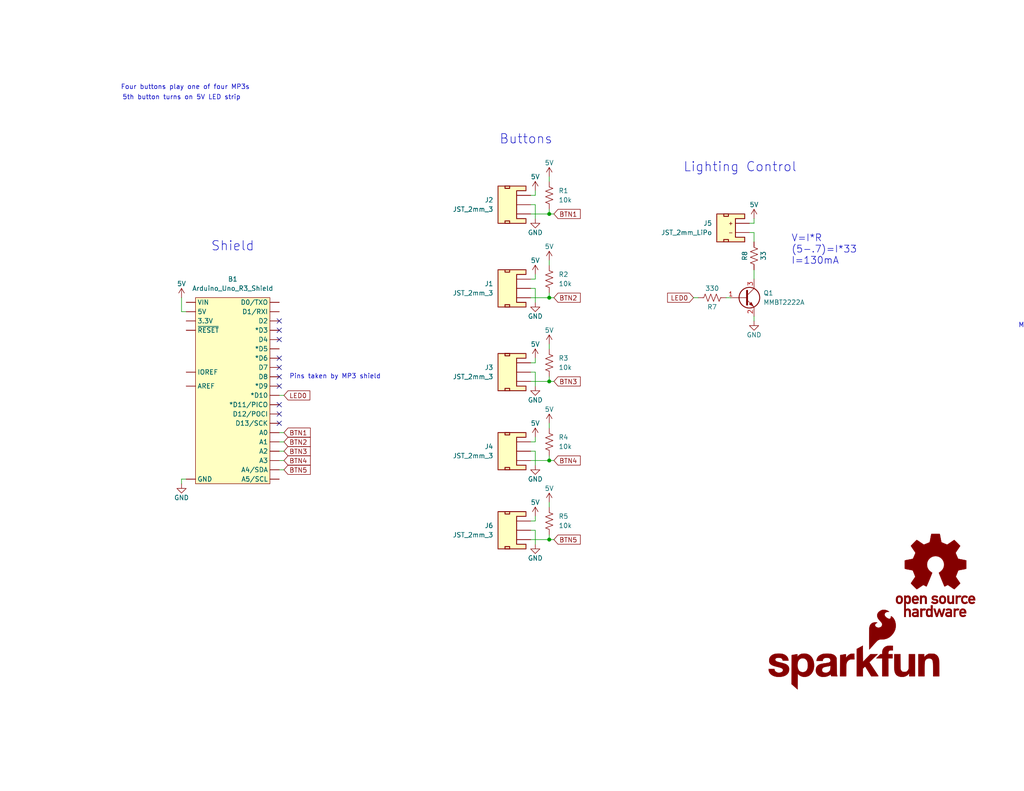
<source format=kicad_sch>
(kicad_sch (version 20231120) (generator "eeschema") (generator_version "8.0")
  (paper "USLetter")
  (title_block (title "WOW Audio Button Diorama Controller") (date "2024-10-18") (rev "v10") (comment 1 "Designed by: N. Seidle"))
  (lib_symbols
    (symbol "Library:OSHW_Logo" (pin_names (offset 1.016)) (in_bom no))
    (symbol "SparkFun-Aesthetic:SparkFun_Logo" (pin_names (offset 1.016)) (on_board no))
    (symbol "SparkFun-Board:Arduino_Uno_R3_Shield"
      (property "Reference" "B" (at -10.16 26.67 0))
      (property "Value" "Arduino_Uno_R3_Shield" (at 0 -26.67 0))
      (symbol "Arduino_Uno_R3_Shield_1_0"
        (pin power_in line (at -12.7 19.05 0) (length 2.54) (name "3.3V") (number "3.3V"))
        (pin power_in line (at -12.7 21.59 0) (length 2.54) (name "5V") (number "5V"))
        (pin bidirectional line (at 12.7 -11.43 180) (length 2.54) (name "A0") (number "A0"))
        (pin bidirectional line (at 12.7 -13.97 180) (length 2.54) (name "A1") (number "A1"))
        (pin bidirectional line (at 12.7 -16.51 180) (length 2.54) (name "A2") (number "A2"))
        (pin bidirectional line (at 12.7 -19.05 180) (length 2.54) (name "A3") (number "A3"))
        (pin bidirectional line (at 12.7 -21.59 180) (length 2.54) (name "A4/SDA") (number "A4/SDA"))
        (pin bidirectional line (at 12.7 -24.13 180) (length 2.54) (name "A5/SCL") (number "A5/SCL"))
        (pin bidirectional line (at -12.7 1.27 0) (length 2.54) (name "AREF") (number "AREF"))
        (pin output line (at 12.7 24.13 180) (length 2.54) (name "D0/TXO") (number "D0/TXO"))
        (pin input line (at 12.7 21.59 180) (length 2.54) (name "D1/RXI") (number "D1/RXI"))
        (pin bidirectional line (at 12.7 -1.27 180) (length 2.54) (name "*D10") (number "D10"))
        (pin bidirectional line (at 12.7 -3.81 180) (length 2.54) (name "*D11/PICO") (number "D11"))
        (pin bidirectional line (at 12.7 -6.35 180) (length 2.54) (name "D12/POCI") (number "D12"))
        (pin bidirectional line (at 12.7 -8.89 180) (length 2.54) (name "D13/SCK") (number "D13"))
        (pin bidirectional line (at 12.7 19.05 180) (length 2.54) (name "D2") (number "D2"))
        (pin bidirectional line (at 12.7 16.51 180) (length 2.54) (name "*D3") (number "D3"))
        (pin bidirectional line (at 12.7 13.97 180) (length 2.54) (name "D4") (number "D4"))
        (pin bidirectional line (at 12.7 11.43 180) (length 2.54) (name "*D5") (number "D5"))
        (pin bidirectional line (at 12.7 8.89 180) (length 2.54) (name "*D6") (number "D6"))
        (pin bidirectional line (at 12.7 6.35 180) (length 2.54) (name "D7") (number "D7"))
        (pin bidirectional line (at 12.7 3.81 180) (length 2.54) (name "D8") (number "D8"))
        (pin bidirectional line (at 12.7 1.27 180) (length 2.54) (name "*D9") (number "D9"))
        (pin power_in line (at -12.7 -24.13 0) (length 2.54) (name "GND") (number "GND"))
        (pin input line (at -12.7 5.08 0) (length 2.54) (name "IOREF") (number "IOREF"))
        (pin no_connect line (at -12.7 -1.27 0) (length 2.54) hide (name "NC") (number "NC"))
        (pin power_in line (at -12.7 24.13 0) (length 2.54) (name "VIN") (number "VIN"))
        (pin input line (at -12.7 16.51 0) (length 2.54) (name "~{RESET}") (number "~{RESET}"))
      )
    )
    (symbol "SparkFun-Connector:Conn_01x02_JST_2mm_LiPo" (pin_numbers hide) (pin_names (offset 1.016) hide)
      (property "Reference" "J" (at 0 5.08 0))
      (property "Value" "JST_2mm_LiPo" (at 0 -8.89 0))
      (symbol "Conn_01x02_JST_2mm_LiPo_1_1"
        (text "+" (at 0 0 0) (effects (font (size 1 1))))
        (text "-" (at 0 -2.54 0) (effects (font (size 1 1))))
        (pin passive line (at -5.08 -2.54 0) (length 3.81) (name "-") (number "1"))
        (pin passive line (at -5.08 0 0) (length 3.81) (name "+") (number "2"))
        (pin no_connect line (at 1.27 -1.27 0) (length 2.54) hide (name "NC1") (number "NC1"))
        (pin no_connect line (at 1.27 -1.27 0) (length 2.54) hide (name "NC2") (number "NC2"))
      )
    )
    (symbol "SparkFun-Connector:Conn_01x03_JST_2mm_SMD" (pin_numbers hide) (pin_names (offset 1.016) hide)
      (property "Reference" "J" (at 0 6.096 0))
      (property "Value" "JST_2mm_3" (at 0 -6.35 0))
      (symbol "Conn_01x03_JST_2mm_SMD_1_1"
        (pin passive line (at -5.08 2.54 0) (length 3.81) (name "1") (number "1"))
        (pin passive line (at -5.08 0 0) (length 3.81) (name "2") (number "2"))
        (pin passive line (at -5.08 -2.54 0) (length 3.81) (name "3") (number "3"))
      )
    )
    (symbol "SparkFun-DiscreteSemi:Q_NPN_1A_40V" (pin_names (offset 0) hide)
      (property "Reference" "Q" (at 5.08 1.27 0))
      (property "Value" "MMBT2222A" (at 5.08 -1.27 0))
      (symbol "Q_NPN_1A_40V_1_1"
        (pin input line (at -3.81 0 0) (length 0) (name "B") (number "1"))
        (pin passive line (at 2.54 -5.08 90) (length 2.54) (name "E") (number "2"))
        (pin passive line (at 2.54 5.08 270) (length 2.54) (name "C") (number "3"))
      )
    )
    (symbol "SparkFun-PowerSymbol:5V" (power) (pin_names (offset 0))
      (property "Value" "5V" (at 0 3.81 0))
      (symbol "5V_1_1"
        (pin power_in line (at 0 0 90) (length 0) hide (name "5V") (number "1"))
      )
    )
    (symbol "SparkFun-PowerSymbol:GND" (power) (pin_names (offset 0))
      (property "Value" "GND" (at 0 -3.81 0))
      (symbol "GND_1_1"
        (pin power_in line (at 0 0 270) (length 0) hide (name "GND") (number "1"))
      )
    )
    (symbol "SparkFun-Resistor:10k_0603" (pin_numbers hide) (pin_names (offset 0))
      (property "Reference" "R" (at 0 -2.54 0))
      (property "Value" "10k" (at 0 2.54 0))
      (symbol "10k_0603_1_1"
        (pin passive line (at 3.81 0 180) (length 1.27) (name "~") (number "1"))
        (pin passive line (at -3.81 0 0) (length 1.27) (name "~") (number "2"))
      )
    )
    (symbol "SparkFun-Resistor:330_0603" (pin_numbers hide) (pin_names (offset 0))
      (property "Reference" "R" (at 0 -2.54 0))
      (property "Value" "330" (at 0 2.54 0))
      (symbol "330_0603_1_1"
        (pin passive line (at 3.81 0 180) (length 1.27) (name "~") (number "1"))
        (pin passive line (at -3.81 0 0) (length 1.27) (name "~") (number "2"))
      )
    )
    (symbol "SparkFun-Resistor:33_0603" (pin_numbers hide) (pin_names (offset 0))
      (property "Reference" "R" (at 0 -2.54 0))
      (property "Value" "33" (at 0 2.54 0))
      (symbol "33_0603_1_1"
        (pin passive line (at 3.81 0 180) (length 1.27) (name "~") (number "1"))
        (pin passive line (at -3.81 0 0) (length 1.27) (name "~") (number "2"))
      )
    )
  )
  (junction (at 149.86 147.32))
  (junction (at 149.86 125.73))
  (junction (at 149.86 58.42))
  (junction (at 149.86 104.14))
  (junction (at 149.86 81.28))
  (no_connect (at 76.2 113.03))
  (no_connect (at 76.2 102.87))
  (no_connect (at 76.2 100.33))
  (no_connect (at 76.2 115.57))
  (no_connect (at 76.2 90.17))
  (no_connect (at 76.2 105.41))
  (no_connect (at 76.2 87.63))
  (no_connect (at 76.2 92.71))
  (no_connect (at 76.2 97.79))
  (no_connect (at 76.2 110.49))
  (wire (pts (xy 144.78 78.74) (xy 146.05 78.74)))
  (wire (pts (xy 144.78 53.34) (xy 146.05 53.34)))
  (wire (pts (xy 149.86 58.42) (xy 151.13 58.42)) (stroke (width 0.1524)))
  (wire (pts (xy 146.05 123.19) (xy 146.05 127)))
  (wire (pts (xy 144.78 147.32) (xy 149.86 147.32)) (stroke (width 0.1524)))
  (wire (pts (xy 144.78 101.6) (xy 146.05 101.6)))
  (wire (pts (xy 198.12 81.28) (xy 199.39 81.28)))
  (wire (pts (xy 77.47 125.73) (xy 76.2 125.73)))
  (wire (pts (xy 144.78 58.42) (xy 149.86 58.42)) (stroke (width 0.1524)))
  (wire (pts (xy 149.86 80.01) (xy 149.86 81.28)) (stroke (width 0.1524)))
  (wire (pts (xy 144.78 81.28) (xy 149.86 81.28)) (stroke (width 0.1524)))
  (wire (pts (xy 146.05 142.24) (xy 146.05 140.97)))
  (wire (pts (xy 77.47 107.95) (xy 76.2 107.95)))
  (wire (pts (xy 149.86 147.32) (xy 151.13 147.32)) (stroke (width 0.1524)))
  (wire (pts (xy 77.47 118.11) (xy 76.2 118.11)))
  (wire (pts (xy 77.47 128.27) (xy 76.2 128.27)))
  (wire (pts (xy 149.86 93.98) (xy 149.86 95.25)) (stroke (width 0.1524)))
  (wire (pts (xy 204.47 60.96) (xy 205.74 60.96)))
  (wire (pts (xy 149.86 137.16) (xy 149.86 138.43)) (stroke (width 0.1524)))
  (wire (pts (xy 146.05 101.6) (xy 146.05 105.41)))
  (wire (pts (xy 149.86 146.05) (xy 149.86 147.32)) (stroke (width 0.1524)))
  (wire (pts (xy 144.78 99.06) (xy 146.05 99.06)))
  (wire (pts (xy 144.78 125.73) (xy 149.86 125.73)) (stroke (width 0.1524)))
  (wire (pts (xy 149.86 124.46) (xy 149.86 125.73)) (stroke (width 0.1524)))
  (wire (pts (xy 144.78 142.24) (xy 146.05 142.24)))
  (wire (pts (xy 146.05 53.34) (xy 146.05 52.07)))
  (wire (pts (xy 50.8 85.09) (xy 49.53 85.09)))
  (wire (pts (xy 146.05 76.2) (xy 146.05 74.93)))
  (wire (pts (xy 144.78 144.78) (xy 146.05 144.78)))
  (wire (pts (xy 149.86 71.12) (xy 149.86 72.39)) (stroke (width 0.1524)))
  (wire (pts (xy 190.5 81.28) (xy 189.23 81.28)) (stroke (width 0.1524)))
  (wire (pts (xy 205.74 60.96) (xy 205.74 59.69)))
  (wire (pts (xy 49.53 130.81) (xy 49.53 132.08)))
  (wire (pts (xy 144.78 55.88) (xy 146.05 55.88)))
  (wire (pts (xy 149.86 57.15) (xy 149.86 58.42)) (stroke (width 0.1524)))
  (wire (pts (xy 205.74 87.63) (xy 205.74 86.36)) (stroke (width 0.1524)))
  (wire (pts (xy 144.78 120.65) (xy 146.05 120.65)))
  (wire (pts (xy 144.78 123.19) (xy 146.05 123.19)))
  (wire (pts (xy 144.78 76.2) (xy 146.05 76.2)))
  (wire (pts (xy 49.53 81.28) (xy 49.53 85.09)))
  (wire (pts (xy 149.86 125.73) (xy 151.13 125.73)) (stroke (width 0.1524)))
  (wire (pts (xy 144.78 104.14) (xy 149.86 104.14)) (stroke (width 0.1524)))
  (wire (pts (xy 146.05 120.65) (xy 146.05 119.38)))
  (wire (pts (xy 149.86 102.87) (xy 149.86 104.14)) (stroke (width 0.1524)))
  (wire (pts (xy 149.86 115.57) (xy 149.86 116.84)) (stroke (width 0.1524)))
  (wire (pts (xy 205.74 73.66) (xy 205.74 76.2)) (stroke (width 0.1524)))
  (wire (pts (xy 77.47 123.19) (xy 76.2 123.19)))
  (wire (pts (xy 205.74 66.04) (xy 205.74 63.5)) (stroke (width 0.1524)))
  (wire (pts (xy 204.47 63.5) (xy 205.74 63.5)) (stroke (width 0.1524)))
  (wire (pts (xy 149.86 104.14) (xy 151.13 104.14)) (stroke (width 0.1524)))
  (wire (pts (xy 146.05 144.78) (xy 146.05 148.59)))
  (wire (pts (xy 50.8 130.81) (xy 49.53 130.81)))
  (wire (pts (xy 146.05 55.88) (xy 146.05 59.69)))
  (wire (pts (xy 146.05 78.74) (xy 146.05 82.55)))
  (wire (pts (xy 77.47 120.65) (xy 76.2 120.65)))
  (wire (pts (xy 149.86 81.28) (xy 151.13 81.28)) (stroke (width 0.1524)))
  (wire (pts (xy 149.86 48.26) (xy 149.86 49.53)) (stroke (width 0.1524)))
  (wire (pts (xy 146.05 99.06) (xy 146.05 97.79)))
  (text "Lighting Control" (at 201.93 45.72 0) (effects (font (size 2.54 2.54))))
  (text "Add labels to pins" (at 295.91 95.25 0) (effects (font (size 1.27 1.27))))
  (text "5th button turns on 5V LED strip" (at 49.53 26.67 0) (effects (font (size 1.27 1.27))))
  (text "Maybe fix wiring color (swap pins 1/3)" (at 297.18 88.9 0) (effects (font (size 1.27 1.27))))
  (text "Pins taken by MP3 shield" (at 91.44 102.87 0) (effects (font (size 1.27 1.27))))
  (text "Four buttons play one of four MP3s" (at 50.546 23.876 0) (effects (font (size 1.27 1.27))))
  (text "V=I*R\n(5-.7)=I*33\nI=130mA" (at 215.9 72.39 0) (effects (font (size 1.905 1.905)) (justify left bottom)))
  (text "Add trimpot for volume" (at 299.72 82.55 0) (effects (font (size 1.27 1.27))))
  (text "Shield" (at 63.5 67.31 0) (effects (font (size 2.54 2.54))))
  (text "Buttons" (at 143.51 38.1 0) (effects (font (size 2.54 2.54))))
  (global_label "BTN5" (shape input) (at 77.47 128.27 0) (property "Intersheetrefs" "${INTERSHEET_REFS}" (effects (hide yes))))
  (global_label "BTN4" (shape input) (at 77.47 125.73 0) (property "Intersheetrefs" "${INTERSHEET_REFS}" (effects (hide yes))))
  (global_label "BTN1" (shape input) (at 151.13 58.42 0) (property "Intersheetrefs" "${INTERSHEET_REFS}" (effects (hide yes))))
  (global_label "BTN2" (shape input) (at 151.13 81.28 0) (property "Intersheetrefs" "${INTERSHEET_REFS}" (effects (hide yes))))
  (global_label "BTN3" (shape input) (at 151.13 104.14 0) (property "Intersheetrefs" "${INTERSHEET_REFS}" (effects (hide yes))))
  (global_label "BTN5" (shape input) (at 151.13 147.32 0) (property "Intersheetrefs" "${INTERSHEET_REFS}" (effects (hide yes))))
  (global_label "BTN1" (shape input) (at 77.47 118.11 0) (property "Intersheetrefs" "${INTERSHEET_REFS}" (effects (hide yes))))
  (global_label "BTN3" (shape input) (at 77.47 123.19 0) (property "Intersheetrefs" "${INTERSHEET_REFS}" (effects (hide yes))))
  (global_label "BTN2" (shape input) (at 77.47 120.65 0) (property "Intersheetrefs" "${INTERSHEET_REFS}" (effects (hide yes))))
  (global_label "BTN4" (shape input) (at 151.13 125.73 0) (property "Intersheetrefs" "${INTERSHEET_REFS}" (effects (hide yes))))
  (global_label "LED0" (shape input) (at 77.47 107.95 0) (property "Intersheetrefs" "${INTERSHEET_REFS}" (effects (hide yes))))
  (global_label "LED0" (shape input) (at 189.23 81.28 180) (property "Intersheetrefs" "${INTERSHEET_REFS}" (effects (hide yes))))
  (symbol (lib_id "SparkFun-Resistor:10k_0603") (at 149.86 99.06 270) (unit 1)
    (property "Reference" "R3" (at 152.4 97.7899 90) (effects (justify left)))
    (property "Value" "10k" (at 152.4 100.3299 90) (effects (justify left)))
    (property "Footprint" "SparkFun-Resistor:R_0603_1608Metric" (effects (hide yes)))
    (property "Datasheet" "https://www.vishay.com/docs/20035/dcrcwe3.pdf" (effects (hide yes)))
    (property "Description" "Resistor" (effects (hide yes)))
    (property "PROD_ID" "RES-00824" (effects (hide yes)))
  )
  (symbol (lib_id "SparkFun-PowerSymbol:5V") (at 149.86 93.98 0) (unit 1)
    (property "Reference" "#PWR08" (effects (hide yes)))
    (property "Value" "5V" (at 149.86 90.17 0))
    (property "Description" "Power symbol creates a global label with name \"5V\"" (effects (hide yes)))
  )
  (symbol (lib_id "SparkFun-Connector:Conn_01x02_JST_2mm_LiPo") (at 199.39 60.96 0) (mirror y) (unit 1)
    (property "Reference" "J5" (at 194.31 60.9599 0) (effects (justify left)))
    (property "Value" "JST_2mm_LiPo" (at 194.31 63.4999 0) (effects (justify left)))
    (property "Footprint" "SparkFun-Connector:JST_SMD_2.0mm-2" (effects (hide yes)))
    (property "Description" "2 Pin 2mm JST Battery Connector" (effects (hide yes)))
    (property "PROD_ID" "CONN-11443" (effects (hide yes)))
  )
  (symbol (lib_id "SparkFun-PowerSymbol:5V") (at 146.05 74.93 0) (unit 1)
    (property "Reference" "#PWR03" (effects (hide yes)))
    (property "Value" "5V" (at 146.05 71.12 0))
    (property "Description" "Power symbol creates a global label with name \"5V\"" (effects (hide yes)))
  )
  (symbol (lib_id "SparkFun-Connector:Conn_01x03_JST_2mm_SMD") (at 139.7 55.88 180) (unit 1)
    (property "Reference" "J2" (at 134.62 54.6099 0) (effects (justify left)))
    (property "Value" "JST_2mm_3" (at 134.62 57.1499 0) (effects (justify left)))
    (property "Footprint" "SparkFun-Connector:JST_SMD_2.0mm-3" (effects (hide yes)))
    (property "Datasheet" "https://www.sparkfun.com/datasheets/Prototyping/ePH.pdf" (effects (hide yes)))
    (property "Description" "3 Pin 2mm JST Connector" (effects (hide yes)))
    (property "PROD_ID" "CONN-..." (effects (hide yes)))
  )
  (symbol (lib_id "SparkFun-PowerSymbol:5V") (at 205.74 59.69 0) (unit 1)
    (property "Reference" "#PWR06" (effects (hide yes)))
    (property "Value" "5V" (at 205.74 55.88 0))
    (property "Description" "Power symbol creates a global label with name \"5V\"" (effects (hide yes)))
  )
  (symbol (lib_id "SparkFun-DiscreteSemi:Q_NPN_1A_40V") (at 203.2 81.28 0) (unit 1)
    (property "Reference" "Q1" (at 208.28 80.01 0) (effects (justify left)))
    (property "Value" "MMBT2222A" (at 208.28 82.55 0) (effects (justify left)))
    (property "Footprint" "SparkFun-Semiconductor-Standard:SOT23-3" (effects (hide yes)))
    (property "Datasheet" "https://www.onsemi.com/pdf/datasheet/mmbt2222lt1-d.pdf" (effects (hide yes)))
    (property "Description" "NPN transistor, base/emitter/collector" (effects (hide yes)))
    (property "PROD_ID" "TRANS-08049" (effects (hide yes)))
  )
  (symbol (lib_id "SparkFun-PowerSymbol:GND") (at 146.05 105.41 0) (unit 1)
    (property "Reference" "#GND04" (effects (hide yes)))
    (property "Value" "GND" (at 146.05 109.22 0))
    (property "Description" "Power symbol creates a global label with name \"GND\" , ground" (effects (hide yes)))
  )
  (symbol (lib_id "SparkFun-PowerSymbol:5V") (at 149.86 115.57 0) (unit 1)
    (property "Reference" "#PWR010" (effects (hide yes)))
    (property "Value" "5V" (at 149.86 111.76 0))
    (property "Description" "Power symbol creates a global label with name \"5V\"" (effects (hide yes)))
  )
  (symbol (lib_id "SparkFun-Board:Arduino_Uno_R3_Shield") (at 63.5 106.68 0) (unit 1)
    (property "Reference" "B1" (at 63.5 76.2 0))
    (property "Value" "Arduino_Uno_R3_Shield" (at 63.5 78.74 0))
    (property "Footprint" "SparkFun-Board:Uno_R3_Shield_NoLabels" (effects (hide yes)))
    (property "Datasheet" "https://cdn.sparkfun.com/assets/8/d/6/e/b/RedBoard_Plus_USB-C_Schematic.pdf" (effects (hide yes)))
    (property "Description" "Arduino R3 Footprint with SPI header" (effects (hide yes)))
  )
  (symbol (lib_id "SparkFun-Connector:Conn_01x03_JST_2mm_SMD") (at 139.7 123.19 180) (unit 1)
    (property "Reference" "J4" (at 134.62 121.9199 0) (effects (justify left)))
    (property "Value" "JST_2mm_3" (at 134.62 124.4599 0) (effects (justify left)))
    (property "Footprint" "SparkFun-Connector:JST_SMD_2.0mm-3" (effects (hide yes)))
    (property "Datasheet" "https://www.sparkfun.com/datasheets/Prototyping/ePH.pdf" (effects (hide yes)))
    (property "Description" "3 Pin 2mm JST Connector" (effects (hide yes)))
    (property "PROD_ID" "CONN-..." (effects (hide yes)))
  )
  (symbol (lib_id "SparkFun-PowerSymbol:GND") (at 146.05 127 0) (unit 1)
    (property "Reference" "#GND05" (effects (hide yes)))
    (property "Value" "GND" (at 146.05 130.81 0))
    (property "Description" "Power symbol creates a global label with name \"GND\" , ground" (effects (hide yes)))
  )
  (symbol (lib_id "SparkFun-Resistor:10k_0603") (at 149.86 76.2 270) (unit 1)
    (property "Reference" "R2" (at 152.4 74.9299 90) (effects (justify left)))
    (property "Value" "10k" (at 152.4 77.4699 90) (effects (justify left)))
    (property "Footprint" "SparkFun-Resistor:R_0603_1608Metric" (effects (hide yes)))
    (property "Datasheet" "https://www.vishay.com/docs/20035/dcrcwe3.pdf" (effects (hide yes)))
    (property "Description" "Resistor" (effects (hide yes)))
    (property "PROD_ID" "RES-00824" (effects (hide yes)))
  )
  (symbol (lib_id "SparkFun-PowerSymbol:5V") (at 146.05 52.07 0) (unit 1)
    (property "Reference" "#PWR01" (effects (hide yes)))
    (property "Value" "5V" (at 146.05 48.26 0))
    (property "Description" "Power symbol creates a global label with name \"5V\"" (effects (hide yes)))
  )
  (symbol (lib_id "SparkFun-PowerSymbol:5V") (at 149.86 137.16 0) (unit 1)
    (property "Reference" "#PWR012" (effects (hide yes)))
    (property "Value" "5V" (at 149.86 133.35 0))
    (property "Description" "Power symbol creates a global label with name \"5V\"" (effects (hide yes)))
  )
  (symbol (lib_id "SparkFun-Connector:Conn_01x03_JST_2mm_SMD") (at 139.7 144.78 180) (unit 1)
    (property "Reference" "J6" (at 134.62 143.5099 0) (effects (justify left)))
    (property "Value" "JST_2mm_3" (at 134.62 146.0499 0) (effects (justify left)))
    (property "Footprint" "SparkFun-Connector:JST_SMD_2.0mm-3" (effects (hide yes)))
    (property "Datasheet" "https://www.sparkfun.com/datasheets/Prototyping/ePH.pdf" (effects (hide yes)))
    (property "Description" "3 Pin 2mm JST Connector" (effects (hide yes)))
    (property "PROD_ID" "CONN-..." (effects (hide yes)))
  )
  (symbol (lib_id "SparkFun-PowerSymbol:5V") (at 146.05 140.97 0) (unit 1)
    (property "Reference" "#PWR011" (effects (hide yes)))
    (property "Value" "5V" (at 146.05 137.16 0))
    (property "Description" "Power symbol creates a global label with name \"5V\"" (effects (hide yes)))
  )
  (symbol (lib_id "SparkFun-PowerSymbol:GND") (at 205.74 87.63 0) (unit 1)
    (property "Reference" "#GND07" (effects (hide yes)))
    (property "Value" "GND" (at 205.74 91.44 0))
    (property "Description" "Power symbol creates a global label with name \"GND\" , ground" (effects (hide yes)))
  )
  (symbol (lib_id "SparkFun-PowerSymbol:5V") (at 146.05 119.38 0) (unit 1)
    (property "Reference" "#PWR09" (effects (hide yes)))
    (property "Value" "5V" (at 146.05 115.57 0))
    (property "Description" "Power symbol creates a global label with name \"5V\"" (effects (hide yes)))
  )
  (symbol (lib_id "SparkFun-PowerSymbol:5V") (at 146.05 97.79 0) (unit 1)
    (property "Reference" "#PWR05" (effects (hide yes)))
    (property "Value" "5V" (at 146.05 93.98 0))
    (property "Description" "Power symbol creates a global label with name \"5V\"" (effects (hide yes)))
  )
  (symbol (lib_id "SparkFun-PowerSymbol:GND") (at 146.05 148.59 0) (unit 1)
    (property "Reference" "#GND06" (effects (hide yes)))
    (property "Value" "GND" (at 146.05 152.4 0))
    (property "Description" "Power symbol creates a global label with name \"GND\" , ground" (effects (hide yes)))
  )
  (symbol (lib_id "SparkFun-PowerSymbol:GND") (at 146.05 82.55 0) (unit 1)
    (property "Reference" "#GND03" (effects (hide yes)))
    (property "Value" "GND" (at 146.05 86.36 0))
    (property "Description" "Power symbol creates a global label with name \"GND\" , ground" (effects (hide yes)))
  )
  (symbol (lib_id "SparkFun-Resistor:10k_0603") (at 149.86 142.24 270) (unit 1)
    (property "Reference" "R5" (at 152.4 140.9699 90) (effects (justify left)))
    (property "Value" "10k" (at 152.4 143.5099 90) (effects (justify left)))
    (property "Footprint" "SparkFun-Resistor:R_0603_1608Metric" (effects (hide yes)))
    (property "Datasheet" "https://www.vishay.com/docs/20035/dcrcwe3.pdf" (effects (hide yes)))
    (property "Description" "Resistor" (effects (hide yes)))
    (property "PROD_ID" "RES-00824" (effects (hide yes)))
  )
  (symbol (lib_id "SparkFun-Resistor:330_0603") (at 194.31 81.28 0) (unit 1)
    (property "Reference" "R7" (at 194.31 83.82 0))
    (property "Value" "330" (at 194.31 78.74 0))
    (property "Footprint" "SparkFun-Resistor:R_0603_1608Metric" (effects (hide yes)))
    (property "Datasheet" "https://www.vishay.com/docs/20035/dcrcwe3.pdf" (effects (hide yes)))
    (property "Description" "Resistor" (effects (hide yes)))
    (property "PROD_ID" "RES-00818" (effects (hide yes)))
  )
  (symbol (lib_id "SparkFun-PowerSymbol:5V") (at 49.53 81.28 0) (unit 1)
    (property "Reference" "#PWR07" (effects (hide yes)))
    (property "Value" "5V" (at 49.53 77.47 0))
    (property "Description" "Power symbol creates a global label with name \"5V\"" (effects (hide yes)))
  )
  (symbol (lib_id "SparkFun-Resistor:10k_0603") (at 149.86 120.65 270) (unit 1)
    (property "Reference" "R4" (at 152.4 119.3799 90) (effects (justify left)))
    (property "Value" "10k" (at 152.4 121.9199 90) (effects (justify left)))
    (property "Footprint" "SparkFun-Resistor:R_0603_1608Metric" (effects (hide yes)))
    (property "Datasheet" "https://www.vishay.com/docs/20035/dcrcwe3.pdf" (effects (hide yes)))
    (property "Description" "Resistor" (effects (hide yes)))
    (property "PROD_ID" "RES-00824" (effects (hide yes)))
  )
  (symbol (lib_id "SparkFun-PowerSymbol:5V") (at 149.86 48.26 0) (unit 1)
    (property "Reference" "#PWR02" (effects (hide yes)))
    (property "Value" "5V" (at 149.86 44.45 0))
    (property "Description" "Power symbol creates a global label with name \"5V\"" (effects (hide yes)))
  )
  (symbol (lib_id "SparkFun-Connector:Conn_01x03_JST_2mm_SMD") (at 139.7 101.6 180) (unit 1)
    (property "Reference" "J3" (at 134.62 100.3299 0) (effects (justify left)))
    (property "Value" "JST_2mm_3" (at 134.62 102.8699 0) (effects (justify left)))
    (property "Footprint" "SparkFun-Connector:JST_SMD_2.0mm-3" (effects (hide yes)))
    (property "Datasheet" "https://www.sparkfun.com/datasheets/Prototyping/ePH.pdf" (effects (hide yes)))
    (property "Description" "3 Pin 2mm JST Connector" (effects (hide yes)))
    (property "PROD_ID" "CONN-..." (effects (hide yes)))
  )
  (symbol (lib_id "SparkFun-Resistor:10k_0603") (at 149.86 53.34 270) (unit 1)
    (property "Reference" "R1" (at 152.4 52.0699 90) (effects (justify left)))
    (property "Value" "10k" (at 152.4 54.6099 90) (effects (justify left)))
    (property "Footprint" "SparkFun-Resistor:R_0603_1608Metric" (effects (hide yes)))
    (property "Datasheet" "https://www.vishay.com/docs/20035/dcrcwe3.pdf" (effects (hide yes)))
    (property "Description" "Resistor" (effects (hide yes)))
    (property "PROD_ID" "RES-00824" (effects (hide yes)))
  )
  (symbol (lib_id "SparkFun-Resistor:33_0603") (at 205.74 69.85 270) (unit 1)
    (property "Reference" "R8" (at 203.2 69.85 0))
    (property "Value" "33" (at 208.28 69.85 0))
    (property "Footprint" "SparkFun-Resistor:R_0603_1608Metric" (effects (hide yes)))
    (property "Datasheet" "https://www.vishay.com/docs/20035/dcrcwe3.pdf" (effects (hide yes)))
    (property "Description" "Resistor" (effects (hide yes)))
    (property "PROD_ID" "RES-08270" (effects (hide yes)))
  )
  (symbol (lib_id "SparkFun-Aesthetic:SparkFun_Logo") (at 232.41 181.61 0) (unit 1) (on_board no)
    (property "Reference" "G2" (effects (hide yes)))
    (property "Value" "SparkFun_Logo" (effects (hide yes)))
  )
  (symbol (lib_id "SparkFun-PowerSymbol:GND") (at 49.53 132.08 0) (unit 1)
    (property "Reference" "#GND01" (effects (hide yes)))
    (property "Value" "GND" (at 49.53 135.89 0))
    (property "Description" "Power symbol creates a global label with name \"GND\" , ground" (effects (hide yes)))
  )
  (symbol (lib_id "SparkFun-PowerSymbol:5V") (at 149.86 71.12 0) (unit 1)
    (property "Reference" "#PWR04" (effects (hide yes)))
    (property "Value" "5V" (at 149.86 67.31 0))
    (property "Description" "Power symbol creates a global label with name \"5V\"" (effects (hide yes)))
  )
  (symbol (lib_id "SparkFun-PowerSymbol:GND") (at 146.05 59.69 0) (unit 1)
    (property "Reference" "#GND02" (effects (hide yes)))
    (property "Value" "GND" (at 146.05 63.5 0))
    (property "Description" "Power symbol creates a global label with name \"GND\" , ground" (effects (hide yes)))
  )
  (symbol (lib_id "SparkFun-Connector:Conn_01x03_JST_2mm_SMD") (at 139.7 78.74 180) (unit 1)
    (property "Reference" "J1" (at 134.62 77.4699 0) (effects (justify left)))
    (property "Value" "JST_2mm_3" (at 134.62 80.0099 0) (effects (justify left)))
    (property "Footprint" "SparkFun-Connector:JST_SMD_2.0mm-3" (effects (hide yes)))
    (property "Datasheet" "https://www.sparkfun.com/datasheets/Prototyping/ePH.pdf" (effects (hide yes)))
    (property "Description" "3 Pin 2mm JST Connector" (effects (hide yes)))
    (property "PROD_ID" "CONN-..." (effects (hide yes)))
  )
  (symbol (lib_id "Library:OSHW_Logo") (at 255.27 161.29 0) (unit 1) (in_bom no)
    (property "Reference" "G1" (effects (hide yes)))
    (property "Value" "OSHW_Logo" (effects (hide yes)))
    (property "Footprint" "SparkFun-Aesthetic:Creative_Commons_License" (effects (hide yes)))
  )
)
</source>
